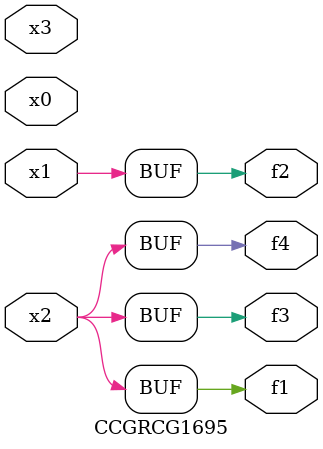
<source format=v>
module CCGRCG1695(
	input x0, x1, x2, x3,
	output f1, f2, f3, f4
);
	assign f1 = x2;
	assign f2 = x1;
	assign f3 = x2;
	assign f4 = x2;
endmodule

</source>
